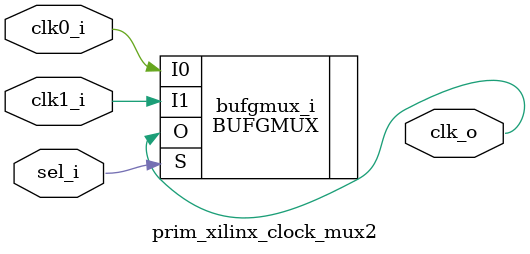
<source format=sv>


// Macros and helper code for using assertions.
//  - Provides default clk and rst options to simplify code
//  - Provides boiler plate template for common assertions












































































































































module prim_xilinx_clock_mux2 (
  input        clk0_i,
  input        clk1_i,
  input        sel_i,
  output logic clk_o
);

  // for more info, refer to the Xilinx technology primitives userguide, e.g.:
  // ug953-vivado-7series-libraries.pdf
  // ug974-vivado-ultrascale-libraries.pdf
  BUFGMUX bufgmux_i (
    .S  ( sel_i  ),
    .I0 ( clk0_i ),
    .I1 ( clk1_i ),
    .O  ( clk_o  )
  );

  // make sure sel is never X (including during reset)
  // need to use ##1 as this could break with inverted clocks that
  // start with a rising edge at the beginning of the simulation.
  
  

endmodule : prim_xilinx_clock_mux2

</source>
